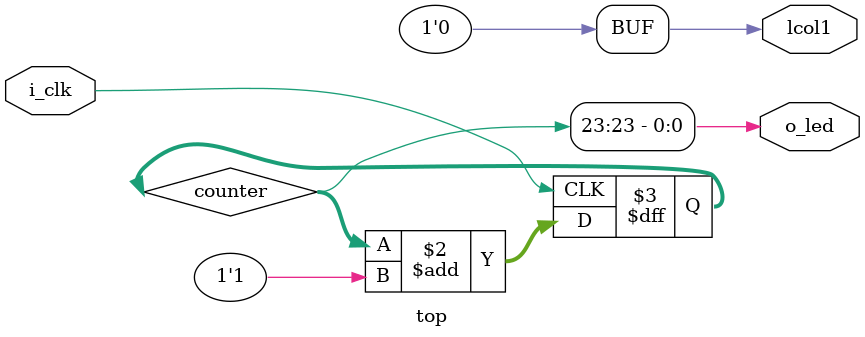
<source format=v>
`default_nettype  none

module top(i_clk, o_led, lcol1);
   parameter WIDTH = 24;
   input wire i_clk;
   output wire o_led;
   output wire lcol1;

   reg [WIDTH-1:0] counter;

   always @(posedge i_clk)
      counter <= counter + 1'b1;

   assign o_led = counter[WIDTH-1];
   assign lcol1 = 1'b0;
endmodule


</source>
